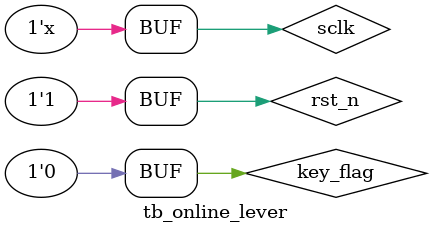
<source format=v>
`timescale 1ns / 1ps


module tb_online_lever;

	// Inputs
	reg sclk;
	reg rst_n;
	reg key_flag;

	// Outputs
	wire cs_n;
	wire sck;
	wire sdi;

	// Instantiate the Unit Under Test (UUT)
	spi_ce uut (
		.sclk(sclk), 
		.rst_n(rst_n), 
		.key_in(key_in), 
		.cs_n(cs_n), 
		.sck(sck), 
		.sdi(sdi)
	);

	initial begin
		// Initialize Inputs
		sclk = 0;
		rst_n = 0;
		key_flag = 0;

		// Wait 100 ns for global reset to finish
		#100;
        
		// Add stimulus here
		rst_n = 1;
		key_flag = 1;
		#20;
		key_flag	=0;
		
	end
always	#10	sclk	=	~sclk;     
endmodule


</source>
